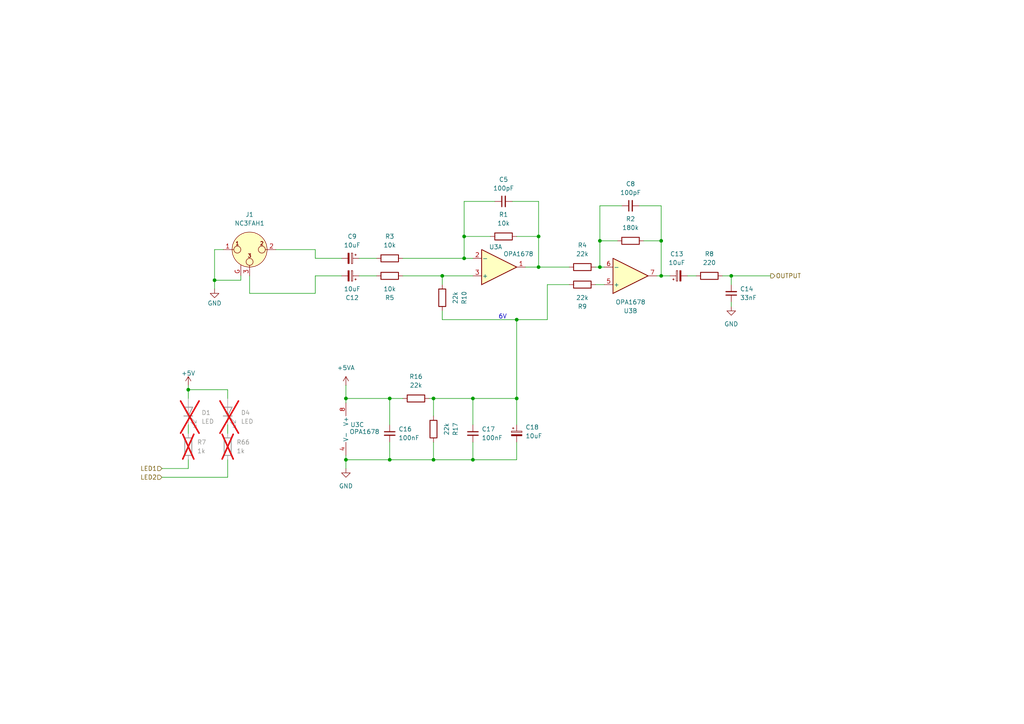
<source format=kicad_sch>
(kicad_sch (version 20231120) (generator "eeschema") (generator_version "8.0")
  (paper "A4")
  (lib_symbols
    (symbol "Amplifier_Operational:NE5532" (pin_names (offset 0.127))
      (property "Reference" "U" (at 0 5.08 0))
      (property "Value" "NE5532" (at 0 -5.08 0))
      (symbol "NE5532_1_1"
        (polyline (pts (xy -5.08 5.08) (xy 5.08 0) (xy -5.08 -5.08) (xy -5.08 5.08)) (stroke (width 0.254)) (fill (type background)))
        (pin output line (at 7.62 0 180) (length 2.54) (name "~") (number "1"))
        (pin input line (at -7.62 -2.54 0) (length 2.54) (name "-") (number "2"))
        (pin input line (at -7.62 2.54 0) (length 2.54) (name "+") (number "3"))
      )
      (symbol "NE5532_2_1"
        (polyline (pts (xy -5.08 5.08) (xy 5.08 0) (xy -5.08 -5.08) (xy -5.08 5.08)) (stroke (width 0.254)) (fill (type background)))
        (pin input line (at -7.62 2.54 0) (length 2.54) (name "+") (number "5"))
        (pin input line (at -7.62 -2.54 0) (length 2.54) (name "-") (number "6"))
        (pin output line (at 7.62 0 180) (length 2.54) (name "~") (number "7"))
      )
      (symbol "NE5532_3_1"
        (pin power_in line (at -2.54 -7.62 90) (length 3.81) (name "V-") (number "4"))
        (pin power_in line (at -2.54 7.62 270) (length 3.81) (name "V+") (number "8"))
      )
    )
    (symbol "Connector_Audio:NC3FAH2" (pin_names hide)
      (property "Reference" "J" (at 0 8.89 0))
      (property "Value" "NC3FAH2" (at 0 6.35 0))
      (symbol "NC3FAH2_0_1"
        (circle (center -3.556 0) (radius 1.016))
        (circle (center 0 -3.556) (radius 1.016))
        (polyline (pts (xy -5.08 0) (xy -4.572 0)))
        (polyline (pts (xy -2.54 -5.08) (xy -2.54 -4.445)))
        (polyline (pts (xy 0 -5.08) (xy 0 -4.572)))
        (polyline (pts (xy 5.08 0) (xy 4.572 0)))
        (circle (center 0 0) (radius 5.08) (fill (type background)))
        (circle (center 3.556 0) (radius 1.016))
        (text "1" (at -3.556 1.778 0) (effects (font (size 1.016 1.016) (bold yes))))
        (text "2" (at 3.556 1.778 0) (effects (font (size 1.016 1.016) (bold yes))))
        (text "3" (at 0 -1.778 0) (effects (font (size 1.016 1.016) (bold yes))))
        (pin passive line (at -7.62 0 0) (length 2.54) (name "~") (number "1"))
        (pin passive line (at 7.62 0 180) (length 2.54) (name "~") (number "2"))
        (pin passive line (at 0 -7.62 90) (length 2.54) (name "~") (number "3"))
      )
      (symbol "NC3FAH2_1_1"
        (pin passive line (at -2.54 -7.62 90) (length 2.54) (name "~") (number "G"))
      )
    )
    (symbol "Device:C_Polarized_Small" (pin_numbers hide) (pin_names (offset 0.254) hide)
      (property "Reference" "C" (at 0.254 1.778 0))
      (property "Value" "C_Polarized_Small" (at 0.254 -2.032 0))
      (symbol "C_Polarized_Small_0_1"
        (rectangle (start -1.524 -0.3048) (end 1.524 -0.6858) (fill (type outline)))
        (rectangle (start -1.524 0.6858) (end 1.524 0.3048))
        (polyline (pts (xy -1.27 1.524) (xy -0.762 1.524)))
        (polyline (pts (xy -1.016 1.27) (xy -1.016 1.778)))
      )
      (symbol "C_Polarized_Small_1_1"
        (pin passive line (at 0 2.54 270) (length 1.8542) (name "~") (number "1"))
        (pin passive line (at 0 -2.54 90) (length 1.8542) (name "~") (number "2"))
      )
    )
    (symbol "Device:C_Small" (pin_numbers hide) (pin_names (offset 0.254) hide)
      (property "Reference" "C" (at 0.254 1.778 0))
      (property "Value" "C_Small" (at 0.254 -2.032 0))
      (symbol "C_Small_0_1"
        (polyline (pts (xy -1.524 -0.508) (xy 1.524 -0.508)) (stroke (width 0.3302)))
        (polyline (pts (xy -1.524 0.508) (xy 1.524 0.508)) (stroke (width 0.3048)))
      )
      (symbol "C_Small_1_1"
        (pin passive line (at 0 2.54 270) (length 2.032) (name "~") (number "1"))
        (pin passive line (at 0 -2.54 90) (length 2.032) (name "~") (number "2"))
      )
    )
    (symbol "Device:LED" (pin_numbers hide) (pin_names (offset 1.016) hide)
      (property "Reference" "D" (at 0 2.54 0))
      (property "Value" "LED" (at 0 -2.54 0))
      (symbol "LED_0_1"
        (polyline (pts (xy -1.27 -1.27) (xy -1.27 1.27)) (stroke (width 0.254)))
        (polyline (pts (xy -1.27 0) (xy 1.27 0)))
        (polyline (pts (xy 1.27 -1.27) (xy 1.27 1.27) (xy -1.27 0) (xy 1.27 -1.27)) (stroke (width 0.254)))
        (polyline (pts (xy -3.048 -0.762) (xy -4.572 -2.286) (xy -3.81 -2.286) (xy -4.572 -2.286) (xy -4.572 -1.524)))
        (polyline (pts (xy -1.778 -0.762) (xy -3.302 -2.286) (xy -2.54 -2.286) (xy -3.302 -2.286) (xy -3.302 -1.524)))
      )
      (symbol "LED_1_1"
        (pin passive line (at -3.81 0 0) (length 2.54) (name "K") (number "1"))
        (pin passive line (at 3.81 0 180) (length 2.54) (name "A") (number "2"))
      )
    )
    (symbol "Device:R" (pin_numbers hide) (pin_names (offset 0))
      (property "Reference" "R" (at 2.032 0 90))
      (property "Value" "R" (at 0 0 90))
      (symbol "R_0_1"
        (rectangle (start -1.016 -2.54) (end 1.016 2.54) (stroke (width 0.254)))
      )
      (symbol "R_1_1"
        (pin passive line (at 0 3.81 270) (length 1.27) (name "~") (number "1"))
        (pin passive line (at 0 -3.81 90) (length 1.27) (name "~") (number "2"))
      )
    )
    (symbol "power:+5V" (power) (pin_names (offset 0))
      (property "Value" "+5V" (at 0 3.556 0))
      (symbol "+5V_0_1"
        (polyline (pts (xy -0.762 1.27) (xy 0 2.54)))
        (polyline (pts (xy 0 0) (xy 0 2.54)))
        (polyline (pts (xy 0 2.54) (xy 0.762 1.27)))
      )
      (symbol "+5V_1_1"
        (pin power_in line (at 0 0 90) (length 0) hide (name "+5V") (number "1"))
      )
    )
    (symbol "power:+5VA" (power) (pin_numbers hide) (pin_names (offset 0) hide)
      (property "Value" "+5VA" (at 0 3.556 0))
      (symbol "+5VA_0_1"
        (polyline (pts (xy -0.762 1.27) (xy 0 2.54)))
        (polyline (pts (xy 0 0) (xy 0 2.54)))
        (polyline (pts (xy 0 2.54) (xy 0.762 1.27)))
      )
      (symbol "+5VA_1_1"
        (pin power_in line (at 0 0 90) (length 0) (name "~") (number "1"))
      )
    )
    (symbol "power:GND" (power) (pin_names (offset 0))
      (property "Value" "GND" (at 0 -3.81 0))
      (symbol "GND_0_1"
        (polyline (pts (xy 0 0) (xy 0 -1.27) (xy 1.27 -1.27) (xy 0 -2.54) (xy -1.27 -1.27) (xy 0 -1.27)))
      )
      (symbol "GND_1_1"
        (pin power_in line (at 0 0 270) (length 0) hide (name "GND") (number "1"))
      )
    )
  )
  (junction (at 125.73 133.35))
  (junction (at 125.73 115.57))
  (junction (at 54.61 113.03))
  (junction (at 134.62 74.93))
  (junction (at 100.33 115.57))
  (junction (at 156.21 77.47))
  (junction (at 62.23 81.28))
  (junction (at 128.27 80.01))
  (junction (at 113.03 133.35))
  (junction (at 137.16 133.35))
  (junction (at 156.21 68.58))
  (junction (at 173.99 69.85))
  (junction (at 191.77 69.85))
  (junction (at 212.09 80.01))
  (junction (at 191.77 80.01))
  (junction (at 173.99 77.47))
  (junction (at 149.86 92.71))
  (junction (at 137.16 115.57))
  (junction (at 100.33 133.35))
  (junction (at 134.62 68.58))
  (junction (at 113.03 115.57))
  (junction (at 149.86 115.57))
  (wire (pts (xy 125.73 133.35) (xy 113.03 133.35)))
  (wire (pts (xy 54.61 113.03) (xy 54.61 115.57)))
  (wire (pts (xy 149.86 68.58) (xy 156.21 68.58)))
  (wire (pts (xy 191.77 59.69) (xy 191.77 69.85)))
  (wire (pts (xy 46.99 135.89) (xy 54.61 135.89)))
  (wire (pts (xy 149.86 123.19) (xy 149.86 115.57)))
  (wire (pts (xy 156.21 77.47) (xy 152.4 77.47)))
  (wire (pts (xy 54.61 123.19) (xy 54.61 125.73)))
  (wire (pts (xy 173.99 59.69) (xy 173.99 69.85)))
  (wire (pts (xy 180.34 59.69) (xy 173.99 59.69)))
  (wire (pts (xy 66.04 133.35) (xy 66.04 138.43)))
  (wire (pts (xy 172.72 82.55) (xy 175.26 82.55)))
  (wire (pts (xy 137.16 123.19) (xy 137.16 115.57)))
  (wire (pts (xy 72.39 85.09) (xy 72.39 80.01)))
  (wire (pts (xy 104.14 74.93) (xy 109.22 74.93)))
  (wire (pts (xy 125.73 115.57) (xy 125.73 120.65)))
  (wire (pts (xy 66.04 115.57) (xy 66.04 113.03)))
  (wire (pts (xy 142.24 68.58) (xy 134.62 68.58)))
  (wire (pts (xy 190.5 80.01) (xy 191.77 80.01)))
  (wire (pts (xy 113.03 115.57) (xy 116.84 115.57)))
  (wire (pts (xy 186.69 69.85) (xy 191.77 69.85)))
  (wire (pts (xy 64.77 72.39) (xy 62.23 72.39)))
  (wire (pts (xy 62.23 81.28) (xy 62.23 83.82)))
  (wire (pts (xy 148.59 58.42) (xy 156.21 58.42)))
  (wire (pts (xy 66.04 123.19) (xy 66.04 125.73)))
  (wire (pts (xy 128.27 90.17) (xy 128.27 92.71)))
  (wire (pts (xy 134.62 68.58) (xy 134.62 74.93)))
  (wire (pts (xy 149.86 92.71) (xy 158.75 92.71)))
  (wire (pts (xy 149.86 115.57) (xy 137.16 115.57)))
  (wire (pts (xy 143.51 58.42) (xy 134.62 58.42)))
  (wire (pts (xy 156.21 68.58) (xy 156.21 77.47)))
  (wire (pts (xy 113.03 133.35) (xy 100.33 133.35)))
  (wire (pts (xy 69.85 80.01) (xy 69.85 81.28)))
  (wire (pts (xy 137.16 133.35) (xy 125.73 133.35)))
  (wire (pts (xy 91.44 74.93) (xy 99.06 74.93)))
  (wire (pts (xy 116.84 74.93) (xy 134.62 74.93)))
  (wire (pts (xy 149.86 128.27) (xy 149.86 133.35)))
  (wire (pts (xy 128.27 92.71) (xy 149.86 92.71)))
  (wire (pts (xy 54.61 133.35) (xy 54.61 135.89)))
  (wire (pts (xy 209.55 80.01) (xy 212.09 80.01)))
  (wire (pts (xy 212.09 88.9) (xy 212.09 87.63)))
  (wire (pts (xy 156.21 58.42) (xy 156.21 68.58)))
  (wire (pts (xy 128.27 80.01) (xy 137.16 80.01)))
  (wire (pts (xy 124.46 115.57) (xy 125.73 115.57)))
  (wire (pts (xy 173.99 69.85) (xy 179.07 69.85)))
  (wire (pts (xy 113.03 128.27) (xy 113.03 133.35)))
  (wire (pts (xy 191.77 80.01) (xy 191.77 69.85)))
  (wire (pts (xy 134.62 58.42) (xy 134.62 68.58)))
  (wire (pts (xy 128.27 82.55) (xy 128.27 80.01)))
  (wire (pts (xy 173.99 77.47) (xy 175.26 77.47)))
  (wire (pts (xy 91.44 85.09) (xy 91.44 80.01)))
  (wire (pts (xy 212.09 80.01) (xy 223.52 80.01)))
  (wire (pts (xy 134.62 74.93) (xy 137.16 74.93)))
  (wire (pts (xy 69.85 81.28) (xy 62.23 81.28)))
  (wire (pts (xy 137.16 128.27) (xy 137.16 133.35)))
  (wire (pts (xy 100.33 115.57) (xy 113.03 115.57)))
  (wire (pts (xy 172.72 77.47) (xy 173.99 77.47)))
  (wire (pts (xy 125.73 128.27) (xy 125.73 133.35)))
  (wire (pts (xy 212.09 80.01) (xy 212.09 82.55)))
  (wire (pts (xy 66.04 113.03) (xy 54.61 113.03)))
  (wire (pts (xy 158.75 82.55) (xy 165.1 82.55)))
  (wire (pts (xy 156.21 77.47) (xy 165.1 77.47)))
  (wire (pts (xy 185.42 59.69) (xy 191.77 59.69)))
  (wire (pts (xy 104.14 80.01) (xy 109.22 80.01)))
  (wire (pts (xy 137.16 115.57) (xy 125.73 115.57)))
  (wire (pts (xy 199.39 80.01) (xy 201.93 80.01)))
  (wire (pts (xy 46.99 138.43) (xy 66.04 138.43)))
  (wire (pts (xy 100.33 116.84) (xy 100.33 115.57)))
  (wire (pts (xy 80.01 72.39) (xy 91.44 72.39)))
  (wire (pts (xy 116.84 80.01) (xy 128.27 80.01)))
  (wire (pts (xy 91.44 80.01) (xy 99.06 80.01)))
  (wire (pts (xy 191.77 80.01) (xy 194.31 80.01)))
  (wire (pts (xy 158.75 92.71) (xy 158.75 82.55)))
  (wire (pts (xy 149.86 92.71) (xy 149.86 115.57)))
  (wire (pts (xy 100.33 111.76) (xy 100.33 115.57)))
  (wire (pts (xy 72.39 85.09) (xy 91.44 85.09)))
  (wire (pts (xy 100.33 133.35) (xy 100.33 132.08)))
  (wire (pts (xy 62.23 72.39) (xy 62.23 81.28)))
  (wire (pts (xy 91.44 72.39) (xy 91.44 74.93)))
  (wire (pts (xy 113.03 115.57) (xy 113.03 123.19)))
  (wire (pts (xy 100.33 135.89) (xy 100.33 133.35)))
  (wire (pts (xy 54.61 111.76) (xy 54.61 113.03)))
  (wire (pts (xy 173.99 77.47) (xy 173.99 69.85)))
  (wire (pts (xy 149.86 133.35) (xy 137.16 133.35)))
  (text "6V" (at 145.796 91.948 0) (effects (font (size 1.27 1.27))))
  (hierarchical_label "LED2" (shape input) (at 46.99 138.43 180))
  (hierarchical_label "OUTPUT" (shape output) (at 223.52 80.01 0))
  (hierarchical_label "LED1" (shape input) (at 46.99 135.89 180))
  (symbol (lib_id "Device:R") (at 113.03 80.01 90) (mirror x) (unit 1)
    (property "Reference" "R5" (at 113.03 86.36 90))
    (property "Value" "10k" (at 113.03 83.82 90))
    (property "Footprint" "Resistor_SMD:R_0603_1608Metric" (effects (hide yes)))
    (property "Description" "Resistor" (effects (hide yes)))
    (property "LCSC" "C25804" (effects (hide yes)))
    (property "MPN" "560112116023 " (effects (hide yes)))
    (property "Part" "R 10kΩ 125mW 1% 0603" (effects (hide yes)))
    (property "Shop" "https://store.comet.bg/Catalogue/Product/4415/" (effects (hide yes)))
    (instances (project "audio_board" (path "" (reference "R5") (unit 1)) (path "" (reference "R24") (unit 1)) (path "" (reference "R59") (unit 1))))
  )
  (symbol (lib_id "Device:R") (at 54.61 129.54 0) (unit 1) (dnp yes)
    (property "Reference" "R7" (at 57.15 128.2699 0) (effects (justify left)))
    (property "Value" "1k" (at 57.15 130.8099 0) (effects (justify left)))
    (property "Footprint" "Resistor_SMD:R_0603_1608Metric_Pad0.98x0.95mm_HandSolder" (effects (hide yes)))
    (property "Description" "Resistor" (effects (hide yes)))
    (property "Part" "R 1kΩ 125mW 1% 0603" (effects (hide yes)))
    (property "Shop" "https://store.comet.bg/Catalogue/Product/3458/" (effects (hide yes)))
    (instances (project "audio_board" (path "" (reference "R7") (unit 1)) (path "" (reference "R15") (unit 1)) (path "" (reference "R19") (unit 1))))
  )
  (symbol (lib_id "Device:R") (at 168.91 77.47 270) (mirror x) (unit 1)
    (property "Reference" "R4" (at 168.91 71.12 90))
    (property "Value" "22k" (at 168.91 73.66 90))
    (property "Footprint" "Resistor_SMD:R_0603_1608Metric" (effects (hide yes)))
    (property "Description" "Resistor" (effects (hide yes)))
    (property "LCSC" "C31850" (effects (hide yes)))
    (property "MPN" "560112116022 " (effects (hide yes)))
    (property "Part" "R 22kΩ 125mW 1% 0603" (effects (hide yes)))
    (property "Shop" "https://store.comet.bg/Catalogue/Product/4419/" (effects (hide yes)))
    (instances (project "audio_board" (path "" (reference "R4") (unit 1)) (path "" (reference "R22") (unit 1)) (path "" (reference "R55") (unit 1))))
  )
  (symbol (lib_id "Device:C_Small") (at 212.09 85.09 180) (unit 1)
    (property "Reference" "C14" (at 214.63 83.8135 0) (effects (justify right)))
    (property "Value" "33nF" (at 214.63 86.3535 0) (effects (justify right)))
    (property "Footprint" "Capacitor_SMD:C_0603_1608Metric" (effects (hide yes)))
    (property "Description" "Unpolarized capacitor, small symbol" (effects (hide yes)))
    (property "LCSC" "C21117" (effects (hide yes)))
    (property "MPN" "885012206043" (effects (hide yes)))
    (property "Part" "C 33nF 16V 0603" (effects (hide yes)))
    (property "Shop" "https://store.comet.bg/Catalogue/Product/7009/" (effects (hide yes)))
    (instances (project "audio_board" (path "" (reference "C14") (unit 1)) (path "" (reference "C59") (unit 1)) (path "" (reference "C68") (unit 1))))
  )
  (symbol (lib_id "Connector_Audio:NC3FAH2") (at 72.39 72.39 0) (unit 1)
    (property "Reference" "J1" (at 72.39 62.23 0))
    (property "Value" "NC3FAH1" (at 72.39 64.77 0))
    (property "Footprint" "Library:Jack_XLR_Neutrik_NC3FAH2-LR-DAE_Horizontal" (effects (hide yes)))
    (property "Datasheet" "https://www.neutrik.com/en/product/nc3fah2" (effects (hide yes)))
    (property "Description" "A Series, 3 pole female XLR receptacle, grounding: separate ground contact to mating connector shell and front panel, horizontal PCB mount" (effects (hide yes)))
    (property "Part" "NC3FAH1" (effects (hide yes)))
    (property "Shop" "https://eu.mouser.com/ProductDetail/Neutrik/NC3FAH1?qs=jCymNF74TgUeDVE6PPGqug%3D%3D" (effects (hide yes)))
    (instances (project "audio_board" (path "" (reference "J1") (unit 1)) (path "" (reference "J4") (unit 1)) (path "" (reference "J6") (unit 1))))
  )
  (symbol (lib_id "Device:R") (at 66.04 129.54 0) (unit 1) (dnp yes)
    (property "Reference" "R66" (at 68.58 128.2699 0) (effects (justify left)))
    (property "Value" "1k" (at 68.58 130.8099 0) (effects (justify left)))
    (property "Footprint" "Resistor_SMD:R_0603_1608Metric_Pad0.98x0.95mm_HandSolder" (effects (hide yes)))
    (property "Description" "Resistor" (effects (hide yes)))
    (property "Part" "R 1kΩ 125mW 1% 0603" (effects (hide yes)))
    (property "Shop" "https://store.comet.bg/Catalogue/Product/3458/" (effects (hide yes)))
    (instances (project "audio_board" (path "" (reference "R66") (unit 1)) (path "" (reference "R67") (unit 1)) (path "" (reference "R68") (unit 1))))
  )
  (symbol (lib_id "Device:C_Polarized_Small") (at 149.86 125.73 0) (unit 1)
    (property "Reference" "C18" (at 152.4 123.9138 0) (effects (justify left)))
    (property "Value" "10uF" (at 152.4 126.4538 0) (effects (justify left)))
    (property "Footprint" "Capacitor_SMD:C_0805_2012Metric" (effects (hide yes)))
    (property "Description" "Polarized capacitor, small symbol" (effects (hide yes)))
    (property "LCSC" "C15850" (effects (hide yes)))
    (property "MPN" "885012107014" (effects (hide yes)))
    (property "Part" "C 10μF 16V 0805" (effects (hide yes)))
    (property "Shop" "https://store.comet.bg/Catalogue/Product/36934/" (effects (hide yes)))
    (instances (project "audio_board" (path "" (reference "C18") (unit 1)) (path "" (reference "C62") (unit 1)) (path "" (reference "C71") (unit 1))))
  )
  (symbol (lib_id "power:GND") (at 62.23 83.82 0) (mirror y) (unit 1)
    (property "Reference" "#PWR03" (effects (hide yes)))
    (property "Value" "GND" (at 62.23 87.9555 0))
    (instances (project "audio_board" (path "" (reference "#PWR03") (unit 1)) (path "" (reference "#PWR09") (unit 1)) (path "" (reference "#PWR015") (unit 1))))
  )
  (symbol (lib_id "power:+5V") (at 54.61 111.76 0) (unit 1)
    (property "Reference" "#PWR039" (effects (hide yes)))
    (property "Value" "+5V" (at 54.61 108.2581 0))
    (instances (project "audio_board" (path "" (reference "#PWR039") (unit 1)) (path "" (reference "#PWR040") (unit 1)) (path "" (reference "#PWR041") (unit 1))))
  )
  (symbol (lib_id "Device:C_Small") (at 137.16 125.73 0) (unit 1)
    (property "Reference" "C17" (at 139.7 124.4662 0) (effects (justify left)))
    (property "Value" "100nF" (at 139.7 127.0062 0) (effects (justify left)))
    (property "Footprint" "Capacitor_SMD:C_0603_1608Metric" (effects (hide yes)))
    (property "Description" "Unpolarized capacitor, small symbol" (effects (hide yes)))
    (property "LCSC" "C14663" (effects (hide yes)))
    (property "MPN" "885012206046" (effects (hide yes)))
    (property "Part" "C 100nF 16V 0603" (effects (hide yes)))
    (property "Shop" "https://store.comet.bg/Catalogue/Product/38000/" (effects (hide yes)))
    (instances (project "audio_board" (path "" (reference "C17") (unit 1)) (path "" (reference "C61") (unit 1)) (path "" (reference "C70") (unit 1))))
  )
  (symbol (lib_id "Device:R") (at 146.05 68.58 90) (unit 1)
    (property "Reference" "R1" (at 146.05 62.23 90))
    (property "Value" "10k" (at 146.05 64.77 90))
    (property "Footprint" "Resistor_SMD:R_0603_1608Metric" (effects (hide yes)))
    (property "Description" "Resistor" (effects (hide yes)))
    (property "LCSC" "C25804" (effects (hide yes)))
    (property "MPN" "560112116023 " (effects (hide yes)))
    (property "Part" "R 10kΩ 125mW 1% 0603" (effects (hide yes)))
    (property "Shop" "https://store.comet.bg/Catalogue/Product/4415/" (effects (hide yes)))
    (instances (project "audio_board" (path "" (reference "R1") (unit 1)) (path "" (reference "R18") (unit 1)) (path "" (reference "R40") (unit 1))))
  )
  (symbol (lib_id "power:GND") (at 212.09 88.9 0) (unit 1)
    (property "Reference" "#PWR04" (effects (hide yes)))
    (property "Value" "GND" (at 212.09 93.98 0))
    (property "Description" "Power symbol creates a global label with name \"GND\" , ground" (effects (hide yes)))
    (instances (project "audio_board" (path "" (reference "#PWR04") (unit 1)) (path "" (reference "#PWR010") (unit 1)) (path "" (reference "#PWR018") (unit 1))))
  )
  (symbol (lib_id "Device:LED") (at 66.04 119.38 90) (unit 1) (dnp yes)
    (property "Reference" "D4" (at 69.85 119.6974 90) (effects (justify right)))
    (property "Value" "LED" (at 69.85 122.2374 90) (effects (justify right)))
    (property "Footprint" "LED_SMD:LED_0603_1608Metric_Pad1.05x0.95mm_HandSolder" (effects (hide yes)))
    (property "Description" "Light emitting diode" (effects (hide yes)))
    (property "Part" "RED LED 0603" (effects (hide yes)))
    (property "Shop" "https://store.comet.bg/Catalogue/Product/48021/" (effects (hide yes)))
    (instances (project "audio_board" (path "" (reference "D4") (unit 1)) (path "" (reference "D5") (unit 1)) (path "" (reference "D6") (unit 1))))
  )
  (symbol (lib_id "Device:C_Polarized_Small") (at 101.6 80.01 270) (mirror x) (unit 1)
    (property "Reference" "C12" (at 102.1461 86.36 90))
    (property "Value" "10uF" (at 102.1461 83.82 90))
    (property "Footprint" "Capacitor_SMD:C_0805_2012Metric" (effects (hide yes)))
    (property "Description" "Polarized capacitor, small symbol" (effects (hide yes)))
    (property "LCSC" "C15850" (effects (hide yes)))
    (property "MPN" "885012107014" (effects (hide yes)))
    (property "Part" "C 10μF 16V 0805" (effects (hide yes)))
    (property "Shop" "https://store.comet.bg/Catalogue/Product/36934/" (effects (hide yes)))
    (instances (project "audio_board" (path "" (reference "C12") (unit 1)) (path "" (reference "C28") (unit 1)) (path "" (reference "C66") (unit 1))))
  )
  (symbol (lib_id "Device:R") (at 168.91 82.55 270) (unit 1)
    (property "Reference" "R9" (at 168.91 88.9 90))
    (property "Value" "22k" (at 168.91 86.36 90))
    (property "Footprint" "Resistor_SMD:R_0603_1608Metric" (effects (hide yes)))
    (property "Description" "Resistor" (effects (hide yes)))
    (property "LCSC" "C31850" (effects (hide yes)))
    (property "MPN" "560112116022 " (effects (hide yes)))
    (property "Part" "R 22kΩ 125mW 1% 0603" (effects (hide yes)))
    (property "Shop" "https://store.comet.bg/Catalogue/Product/4419/" (effects (hide yes)))
    (instances (project "audio_board" (path "" (reference "R9") (unit 1)) (path "" (reference "R26") (unit 1)) (path "" (reference "R62") (unit 1))))
  )
  (symbol (lib_id "Amplifier_Operational:NE5532") (at 182.88 80.01 0) (mirror x) (unit 2)
    (property "Reference" "U3" (at 182.88 90.17 0))
    (property "Value" "OPA1678" (at 182.88 87.63 0))
    (property "Footprint" "Package_SO:SOIC-8_3.9x4.9mm_P1.27mm" (effects (hide yes)))
    (property "Datasheet" "http://www.ti.com/lit/ds/symlink/ne5532.pdf" (effects (hide yes)))
    (property "Description" "Dual Low-Noise Operational Amplifiers, DIP-8/SOIC-8" (effects (hide yes)))
    (property "LCSC" "C192421" (effects (hide yes)))
    (property "MPN" "595-OPA1678IDR " (effects (hide yes)))
    (property "Part" "OPA1678IDR " (effects (hide yes)))
    (property "Shop" "https://eu.mouser.com/ProductDetail/Texas-Instruments/OPA1678IDR?qs=Mv7BduZupUj21oI9QX1tVA%3D%3D" (effects (hide yes)))
    (instances (project "audio_board" (path "" (reference "U3") (unit 2)) (path "" (reference "U6") (unit 2)) (path "" (reference "U10") (unit 2))))
  )
  (symbol (lib_id "Amplifier_Operational:NE5532") (at 102.87 124.46 0) (unit 3)
    (property "Reference" "U3" (at 101.6 123.1899 0) (effects (justify left)))
    (property "Value" "OPA1678" (at 101.346 125.222 0) (effects (justify left)))
    (property "Footprint" "Package_SO:SOIC-8_3.9x4.9mm_P1.27mm" (effects (hide yes)))
    (property "Datasheet" "http://www.ti.com/lit/ds/symlink/ne5532.pdf" (effects (hide yes)))
    (property "Description" "Dual Low-Noise Operational Amplifiers, DIP-8/SOIC-8" (effects (hide yes)))
    (property "LCSC" "C192421" (effects (hide yes)))
    (property "MPN" "595-OPA1678IDR " (effects (hide yes)))
    (property "Part" "OPA1678IDR " (effects (hide yes)))
    (property "Shop" "https://eu.mouser.com/ProductDetail/Texas-Instruments/OPA1678IDR?qs=Mv7BduZupUj21oI9QX1tVA%3D%3D" (effects (hide yes)))
    (instances (project "audio_board" (path "" (reference "U3") (unit 3)) (path "" (reference "U6") (unit 3)) (path "" (reference "U10") (unit 3))))
  )
  (symbol (lib_id "Device:R") (at 125.73 124.46 0) (mirror x) (unit 1)
    (property "Reference" "R17" (at 132.08 124.46 90))
    (property "Value" "22k" (at 129.54 124.46 90))
    (property "Footprint" "Resistor_SMD:R_0603_1608Metric" (effects (hide yes)))
    (property "Description" "Resistor" (effects (hide yes)))
    (property "LCSC" "C31850" (effects (hide yes)))
    (property "MPN" "560112116022 " (effects (hide yes)))
    (property "Part" "R 22kΩ 125mW 1% 0603" (effects (hide yes)))
    (property "Shop" "https://store.comet.bg/Catalogue/Product/4419/" (effects (hide yes)))
    (instances (project "audio_board" (path "" (reference "R17") (unit 1)) (path "" (reference "R39") (unit 1)) (path "" (reference "R65") (unit 1))))
  )
  (symbol (lib_id "Device:C_Small") (at 113.03 125.73 0) (unit 1)
    (property "Reference" "C16" (at 115.57 124.4662 0) (effects (justify left)))
    (property "Value" "100nF" (at 115.57 127.0062 0) (effects (justify left)))
    (property "Footprint" "Capacitor_SMD:C_0603_1608Metric" (effects (hide yes)))
    (property "Description" "Unpolarized capacitor, small symbol" (effects (hide yes)))
    (property "LCSC" "C14663" (effects (hide yes)))
    (property "MPN" "885012206046" (effects (hide yes)))
    (property "Part" "C 100nF 16V 0603" (effects (hide yes)))
    (property "Shop" "https://store.comet.bg/Catalogue/Product/38000/" (effects (hide yes)))
    (instances (project "audio_board" (path "" (reference "C16") (unit 1)) (path "" (reference "C60") (unit 1)) (path "" (reference "C69") (unit 1))))
  )
  (symbol (lib_id "Device:R") (at 205.74 80.01 270) (mirror x) (unit 1)
    (property "Reference" "R8" (at 205.74 73.66 90))
    (property "Value" "220" (at 205.74 76.2 90))
    (property "Footprint" "Resistor_SMD:R_0603_1608Metric" (effects (hide yes)))
    (property "Description" "Resistor" (effects (hide yes)))
    (property "LCSC" "C22962" (effects (hide yes)))
    (property "MPN" "560112116126" (effects (hide yes)))
    (property "Part" "R 220Ω 125mW 1% 0603" (effects (hide yes)))
    (property "Shop" "https://store.comet.bg/Catalogue/Product/4397/" (effects (hide yes)))
    (instances (project "audio_board" (path "" (reference "R8") (unit 1)) (path "" (reference "R25") (unit 1)) (path "" (reference "R60") (unit 1))))
  )
  (symbol (lib_id "Device:C_Polarized_Small") (at 101.6 74.93 270) (unit 1)
    (property "Reference" "C9" (at 102.1461 68.58 90))
    (property "Value" "10uF" (at 102.1461 71.12 90))
    (property "Footprint" "Capacitor_SMD:C_0805_2012Metric" (effects (hide yes)))
    (property "Description" "Polarized capacitor, small symbol" (effects (hide yes)))
    (property "LCSC" "C15850" (effects (hide yes)))
    (property "MPN" "885012107014" (effects (hide yes)))
    (property "Part" "C 10μF 16V 0805" (effects (hide yes)))
    (property "Shop" "https://store.comet.bg/Catalogue/Product/36934/" (effects (hide yes)))
    (instances (project "audio_board" (path "" (reference "C9") (unit 1)) (path "" (reference "C22") (unit 1)) (path "" (reference "C65") (unit 1))))
  )
  (symbol (lib_id "Device:LED") (at 54.61 119.38 90) (unit 1) (dnp yes)
    (property "Reference" "D1" (at 58.42 119.6974 90) (effects (justify right)))
    (property "Value" "LED" (at 58.42 122.2374 90) (effects (justify right)))
    (property "Footprint" "LED_SMD:LED_0603_1608Metric_Pad1.05x0.95mm_HandSolder" (effects (hide yes)))
    (property "Description" "Light emitting diode" (effects (hide yes)))
    (property "Part" "RED LED 0603" (effects (hide yes)))
    (property "Shop" "https://store.comet.bg/Catalogue/Product/48021/" (effects (hide yes)))
    (instances (project "audio_board" (path "" (reference "D1") (unit 1)) (path "" (reference "D2") (unit 1)) (path "" (reference "D3") (unit 1))))
  )
  (symbol (lib_id "Device:C_Small") (at 182.88 59.69 90) (unit 1)
    (property "Reference" "C8" (at 182.8863 53.34 90))
    (property "Value" "100pF" (at 182.8863 55.88 90))
    (property "Footprint" "Capacitor_SMD:C_0603_1608Metric" (effects (hide yes)))
    (property "Description" "Unpolarized capacitor, small symbol" (effects (hide yes)))
    (property "LCSC" "C14858" (effects (hide yes)))
    (property "MPN" "885012006023" (effects (hide yes)))
    (property "Part" "C 100pF 16V 0603" (effects (hide yes)))
    (property "Shop" "https://store.comet.bg/Catalogue/Product/37094/" (effects (hide yes)))
    (instances (project "audio_board" (path "" (reference "C8") (unit 1)) (path "" (reference "C21") (unit 1)) (path "" (reference "C64") (unit 1))))
  )
  (symbol (lib_id "Device:C_Polarized_Small") (at 196.85 80.01 90) (unit 1)
    (property "Reference" "C13" (at 196.3039 73.66 90))
    (property "Value" "10uF" (at 196.3039 76.2 90))
    (property "Footprint" "Capacitor_SMD:C_0805_2012Metric" (effects (hide yes)))
    (property "Description" "Polarized capacitor, small symbol" (effects (hide yes)))
    (property "LCSC" "C15850" (effects (hide yes)))
    (property "MPN" "885012107014" (effects (hide yes)))
    (property "Part" "C 10μF 16V 0805" (effects (hide yes)))
    (property "Shop" "https://store.comet.bg/Catalogue/Product/36934/" (effects (hide yes)))
    (instances (project "audio_board" (path "" (reference "C13") (unit 1)) (path "" (reference "C29") (unit 1)) (path "" (reference "C67") (unit 1))))
  )
  (symbol (lib_id "Device:R") (at 113.03 74.93 90) (unit 1)
    (property "Reference" "R3" (at 113.03 68.58 90))
    (property "Value" "10k" (at 113.03 71.12 90))
    (property "Footprint" "Resistor_SMD:R_0603_1608Metric" (effects (hide yes)))
    (property "Description" "Resistor" (effects (hide yes)))
    (property "LCSC" "C25804" (effects (hide yes)))
    (property "MPN" "560112116023 " (effects (hide yes)))
    (property "Part" "R 10kΩ 125mW 1% 0603" (effects (hide yes)))
    (property "Shop" "https://store.comet.bg/Catalogue/Product/4415/" (effects (hide yes)))
    (instances (project "audio_board" (path "" (reference "R3") (unit 1)) (path "" (reference "R21") (unit 1)) (path "" (reference "R54") (unit 1))))
  )
  (symbol (lib_id "Device:R") (at 120.65 115.57 270) (mirror x) (unit 1)
    (property "Reference" "R16" (at 120.65 109.22 90))
    (property "Value" "22k" (at 120.65 111.76 90))
    (property "Footprint" "Resistor_SMD:R_0603_1608Metric" (effects (hide yes)))
    (property "Description" "Resistor" (effects (hide yes)))
    (property "LCSC" "C31850" (effects (hide yes)))
    (property "MPN" "560112116022 " (effects (hide yes)))
    (property "Part" "R 22kΩ 125mW 1% 0603" (effects (hide yes)))
    (property "Shop" "https://store.comet.bg/Catalogue/Product/4419/" (effects (hide yes)))
    (instances (project "audio_board" (path "" (reference "R16") (unit 1)) (path "" (reference "R38") (unit 1)) (path "" (reference "R64") (unit 1))))
  )
  (symbol (lib_id "Amplifier_Operational:NE5532") (at 144.78 77.47 0) (mirror x) (unit 1)
    (property "Reference" "U3" (at 143.764 71.628 0))
    (property "Value" "OPA1678" (at 150.368 73.66 0))
    (property "Footprint" "Package_SO:SOIC-8_3.9x4.9mm_P1.27mm" (effects (hide yes)))
    (property "Datasheet" "http://www.ti.com/lit/ds/symlink/ne5532.pdf" (effects (hide yes)))
    (property "Description" "Dual Low-Noise Operational Amplifiers, DIP-8/SOIC-8" (effects (hide yes)))
    (property "LCSC" "C192421" (effects (hide yes)))
    (property "MPN" "595-OPA1678IDR " (effects (hide yes)))
    (property "Part" "OPA1678IDR " (effects (hide yes)))
    (property "Shop" "https://eu.mouser.com/ProductDetail/Texas-Instruments/OPA1678IDR?qs=Mv7BduZupUj21oI9QX1tVA%3D%3D" (effects (hide yes)))
    (instances (project "audio_board" (path "" (reference "U3") (unit 1)) (path "" (reference "U6") (unit 1)) (path "" (reference "U10") (unit 1))))
  )
  (symbol (lib_id "Device:R") (at 128.27 86.36 0) (mirror x) (unit 1)
    (property "Reference" "R10" (at 134.62 86.36 90))
    (property "Value" "22k" (at 132.08 86.36 90))
    (property "Footprint" "Resistor_SMD:R_0603_1608Metric" (effects (hide yes)))
    (property "Description" "Resistor" (effects (hide yes)))
    (property "LCSC" "C31850" (effects (hide yes)))
    (property "MPN" "560112116022 " (effects (hide yes)))
    (property "Part" "R 22kΩ 125mW 1% 0603" (effects (hide yes)))
    (property "Shop" "https://store.comet.bg/Catalogue/Product/4419/" (effects (hide yes)))
    (instances (project "audio_board" (path "" (reference "R10") (unit 1)) (path "" (reference "R37") (unit 1)) (path "" (reference "R63") (unit 1))))
  )
  (symbol (lib_id "Device:C_Small") (at 146.05 58.42 90) (unit 1)
    (property "Reference" "C5" (at 146.0563 52.07 90))
    (property "Value" "100pF" (at 146.0563 54.61 90))
    (property "Footprint" "Capacitor_SMD:C_0603_1608Metric" (effects (hide yes)))
    (property "Description" "Unpolarized capacitor, small symbol" (effects (hide yes)))
    (property "LCSC" "C14858" (effects (hide yes)))
    (property "MPN" "885012006023" (effects (hide yes)))
    (property "Part" "C 100pF 16V 0603" (effects (hide yes)))
    (property "Shop" "https://store.comet.bg/Catalogue/Product/37094/" (effects (hide yes)))
    (instances (project "audio_board" (path "" (reference "C5") (unit 1)) (path "" (reference "C20") (unit 1)) (path "" (reference "C63") (unit 1))))
  )
  (symbol (lib_id "power:+5VA") (at 100.33 111.76 0) (unit 1)
    (property "Reference" "#PWR07" (effects (hide yes)))
    (property "Value" "+5VA" (at 100.33 106.68 0))
    (property "Description" "Power symbol creates a global label with name \"+5VA\"" (effects (hide yes)))
    (instances (project "audio_board" (path "" (reference "#PWR07") (unit 1)) (path "" (reference "#PWR012") (unit 1)) (path "" (reference "#PWR019") (unit 1))))
  )
  (symbol (lib_id "power:GND") (at 100.33 135.89 0) (unit 1)
    (property "Reference" "#PWR08" (effects (hide yes)))
    (property "Value" "GND" (at 100.33 140.97 0))
    (property "Description" "Power symbol creates a global label with name \"GND\" , ground" (effects (hide yes)))
    (instances (project "audio_board" (path "" (reference "#PWR08") (unit 1)) (path "" (reference "#PWR013") (unit 1)) (path "" (reference "#PWR021") (unit 1))))
  )
  (symbol (lib_id "Device:R") (at 182.88 69.85 270) (mirror x) (unit 1)
    (property "Reference" "R2" (at 182.88 63.5 90))
    (property "Value" "180k" (at 182.88 66.04 90))
    (property "Footprint" "Resistor_SMD:R_0603_1608Metric" (effects (hide yes)))
    (property "Description" "Resistor" (effects (hide yes)))
    (property "Part" "R 180kΩ 125mW 1% 0603" (effects (hide yes)))
    (property "Shop" "https://store.comet.bg/Catalogue/Product/4787/" (effects (hide yes)))
    (instances (project "audio_board" (path "" (reference "R2") (unit 1)) (path "" (reference "R20") (unit 1)) (path "" (reference "R53") (unit 1))))
  )
)
</source>
